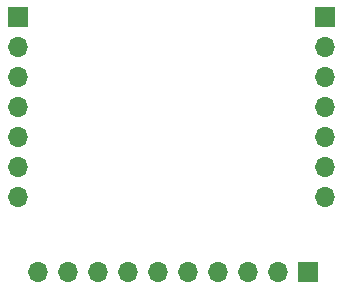
<source format=gbr>
%TF.GenerationSoftware,KiCad,Pcbnew,9.0.3*%
%TF.CreationDate,2025-08-30T15:17:24+02:00*%
%TF.ProjectId,rl_uc_module,726c5f75-635f-46d6-9f64-756c652e6b69,rev?*%
%TF.SameCoordinates,Original*%
%TF.FileFunction,Soldermask,Bot*%
%TF.FilePolarity,Negative*%
%FSLAX46Y46*%
G04 Gerber Fmt 4.6, Leading zero omitted, Abs format (unit mm)*
G04 Created by KiCad (PCBNEW 9.0.3) date 2025-08-30 15:17:24*
%MOMM*%
%LPD*%
G01*
G04 APERTURE LIST*
%ADD10R,1.700000X1.700000*%
%ADD11O,1.700000X1.700000*%
G04 APERTURE END LIST*
D10*
%TO.C,X3*%
X111540000Y-114000000D03*
D11*
X109000000Y-114000000D03*
X106460000Y-114000000D03*
X103920000Y-114000000D03*
X101380000Y-114000000D03*
X98840000Y-114000000D03*
X96300000Y-114000000D03*
X93760000Y-114000000D03*
X91220000Y-114000000D03*
X88680000Y-114000000D03*
%TD*%
D10*
%TO.C,X1*%
X87000000Y-92420000D03*
D11*
X87000000Y-94960000D03*
X87000000Y-97500000D03*
X87000000Y-100040000D03*
X87000000Y-102580000D03*
X87000000Y-105120000D03*
X87000000Y-107660000D03*
%TD*%
D10*
%TO.C,X2*%
X113000000Y-92420000D03*
D11*
X113000000Y-94960000D03*
X113000000Y-97500000D03*
X113000000Y-100040000D03*
X113000000Y-102580000D03*
X113000000Y-105120000D03*
X113000000Y-107660000D03*
%TD*%
M02*

</source>
